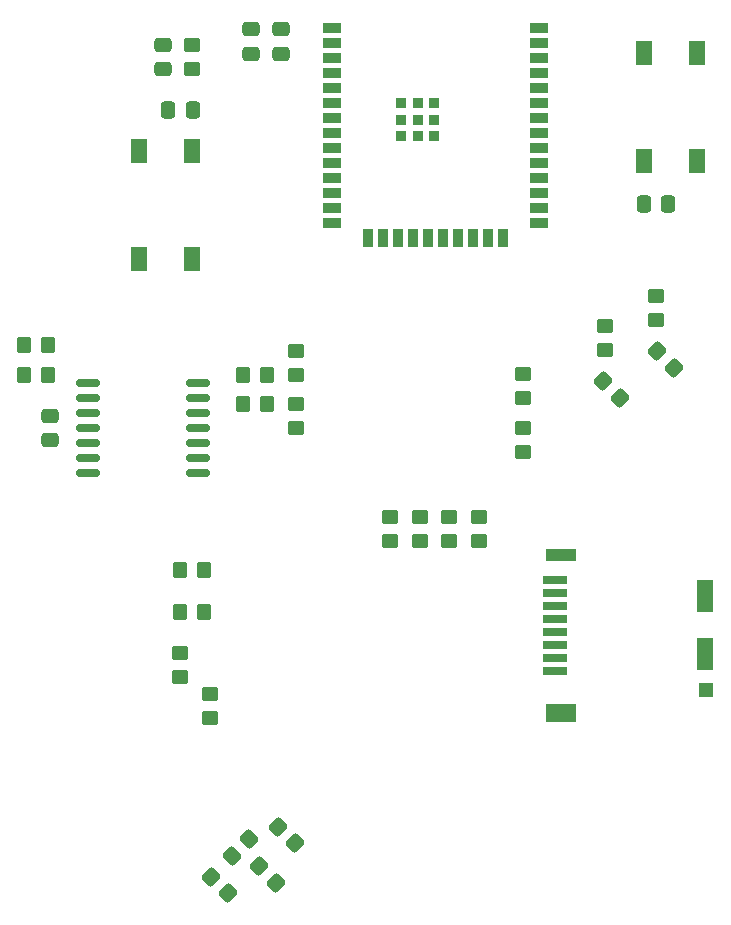
<source format=gbr>
%TF.GenerationSoftware,KiCad,Pcbnew,9.0.1*%
%TF.CreationDate,2025-06-18T18:36:31+02:00*%
%TF.ProjectId,open_g,6f70656e-5f67-42e6-9b69-6361645f7063,rev?*%
%TF.SameCoordinates,Original*%
%TF.FileFunction,Paste,Top*%
%TF.FilePolarity,Positive*%
%FSLAX46Y46*%
G04 Gerber Fmt 4.6, Leading zero omitted, Abs format (unit mm)*
G04 Created by KiCad (PCBNEW 9.0.1) date 2025-06-18 18:36:31*
%MOMM*%
%LPD*%
G01*
G04 APERTURE LIST*
G04 Aperture macros list*
%AMRoundRect*
0 Rectangle with rounded corners*
0 $1 Rounding radius*
0 $2 $3 $4 $5 $6 $7 $8 $9 X,Y pos of 4 corners*
0 Add a 4 corners polygon primitive as box body*
4,1,4,$2,$3,$4,$5,$6,$7,$8,$9,$2,$3,0*
0 Add four circle primitives for the rounded corners*
1,1,$1+$1,$2,$3*
1,1,$1+$1,$4,$5*
1,1,$1+$1,$6,$7*
1,1,$1+$1,$8,$9*
0 Add four rect primitives between the rounded corners*
20,1,$1+$1,$2,$3,$4,$5,0*
20,1,$1+$1,$4,$5,$6,$7,0*
20,1,$1+$1,$6,$7,$8,$9,0*
20,1,$1+$1,$8,$9,$2,$3,0*%
G04 Aperture macros list end*
%ADD10RoundRect,0.250000X-0.350000X-0.450000X0.350000X-0.450000X0.350000X0.450000X-0.350000X0.450000X0*%
%ADD11RoundRect,0.250000X0.450000X-0.350000X0.450000X0.350000X-0.450000X0.350000X-0.450000X-0.350000X0*%
%ADD12RoundRect,0.250000X-0.450000X0.350000X-0.450000X-0.350000X0.450000X-0.350000X0.450000X0.350000X0*%
%ADD13RoundRect,0.250000X0.337500X0.475000X-0.337500X0.475000X-0.337500X-0.475000X0.337500X-0.475000X0*%
%ADD14RoundRect,0.250000X0.475000X-0.337500X0.475000X0.337500X-0.475000X0.337500X-0.475000X-0.337500X0*%
%ADD15RoundRect,0.250000X0.070711X-0.565685X0.565685X-0.070711X-0.070711X0.565685X-0.565685X0.070711X0*%
%ADD16RoundRect,0.250000X0.565685X0.070711X0.070711X0.565685X-0.565685X-0.070711X-0.070711X-0.565685X0*%
%ADD17R,1.400000X2.100000*%
%ADD18RoundRect,0.250000X-0.565685X-0.070711X-0.070711X-0.565685X0.565685X0.070711X0.070711X0.565685X0*%
%ADD19RoundRect,0.150000X0.875000X0.150000X-0.875000X0.150000X-0.875000X-0.150000X0.875000X-0.150000X0*%
%ADD20R,1.500000X0.900000*%
%ADD21R,0.900000X1.500000*%
%ADD22R,0.900000X0.900000*%
%ADD23RoundRect,0.250000X0.350000X0.450000X-0.350000X0.450000X-0.350000X-0.450000X0.350000X-0.450000X0*%
%ADD24R,2.000000X0.700000*%
%ADD25R,2.600000X1.000000*%
%ADD26R,2.600000X1.500000*%
%ADD27R,1.400000X2.700000*%
%ADD28R,1.200000X1.200000*%
%ADD29RoundRect,0.250000X-0.337500X-0.475000X0.337500X-0.475000X0.337500X0.475000X-0.337500X0.475000X0*%
%ADD30RoundRect,0.250000X-0.475000X0.337500X-0.475000X-0.337500X0.475000X-0.337500X0.475000X0.337500X0*%
G04 APERTURE END LIST*
D10*
%TO.C,R2*%
X117500000Y-103500000D03*
X119500000Y-103500000D03*
%TD*%
D11*
%TO.C,R5*%
X140250000Y-101000000D03*
X140250000Y-99000000D03*
%TD*%
%TO.C,R17*%
X146533001Y-93440000D03*
X146533001Y-91440000D03*
%TD*%
%TO.C,R3*%
X118500000Y-61037500D03*
X118500000Y-59037500D03*
%TD*%
D10*
%TO.C,R1*%
X117500000Y-107000000D03*
X119500000Y-107000000D03*
%TD*%
D11*
%TO.C,R7*%
X135250000Y-101000000D03*
X135250000Y-99000000D03*
%TD*%
D12*
%TO.C,R20*%
X127300000Y-89440000D03*
X127300000Y-91440000D03*
%TD*%
D11*
%TO.C,R21*%
X127300000Y-86940000D03*
X127300000Y-84940000D03*
%TD*%
D13*
%TO.C,C1*%
X118537500Y-64500000D03*
X116462500Y-64500000D03*
%TD*%
D14*
%TO.C,C6*%
X126000000Y-59750000D03*
X126000000Y-57675000D03*
%TD*%
D15*
%TO.C,R8*%
X121896699Y-127660660D03*
X123310913Y-126246446D03*
%TD*%
D11*
%TO.C,R12*%
X153416000Y-84836000D03*
X153416000Y-82836000D03*
%TD*%
D12*
%TO.C,R16*%
X146533001Y-86900000D03*
X146533001Y-88900000D03*
%TD*%
D16*
%TO.C,R10*%
X127200000Y-126600000D03*
X125785786Y-125185786D03*
%TD*%
D17*
%TO.C,IC1*%
X118500000Y-68000000D03*
X118500000Y-77100000D03*
X114000000Y-68000000D03*
X114000000Y-77100000D03*
%TD*%
D16*
%TO.C,R11*%
X125609010Y-129958757D03*
X124194796Y-128544543D03*
%TD*%
D14*
%TO.C,C8*%
X106450000Y-92477500D03*
X106450000Y-90402500D03*
%TD*%
D12*
%TO.C,R18*%
X120000000Y-114000000D03*
X120000000Y-116000000D03*
%TD*%
D18*
%TO.C,R15*%
X157843786Y-84945786D03*
X159258000Y-86360000D03*
%TD*%
D19*
%TO.C,IC3*%
X118950000Y-95250000D03*
X118950000Y-93980000D03*
X118950000Y-92710000D03*
X118950000Y-91440000D03*
X118950000Y-90170000D03*
X118950000Y-88900000D03*
X118950000Y-87630000D03*
X109650000Y-87630000D03*
X109650000Y-88900000D03*
X109650000Y-90170000D03*
X109650000Y-91440000D03*
X109650000Y-92710000D03*
X109650000Y-93980000D03*
X109650000Y-95250000D03*
%TD*%
D20*
%TO.C,U1*%
X130350000Y-57610000D03*
X130350000Y-58880000D03*
X130350000Y-60150000D03*
X130350000Y-61420000D03*
X130350000Y-62690000D03*
X130350000Y-63960000D03*
X130350000Y-65230000D03*
X130350000Y-66500000D03*
X130350000Y-67770000D03*
X130350000Y-69040000D03*
X130350000Y-70310000D03*
X130350000Y-71580000D03*
X130350000Y-72850000D03*
X130350000Y-74120000D03*
D21*
X133390000Y-75370000D03*
X134660000Y-75370000D03*
X135930000Y-75370000D03*
X137200000Y-75370000D03*
X138470000Y-75370000D03*
X139740000Y-75370000D03*
X141010000Y-75370000D03*
X142280000Y-75370000D03*
X143550000Y-75370000D03*
X144820000Y-75370000D03*
D20*
X147850000Y-74120000D03*
X147850000Y-72850000D03*
X147850000Y-71580000D03*
X147850000Y-70310000D03*
X147850000Y-69040000D03*
X147850000Y-67770000D03*
X147850000Y-66500000D03*
X147850000Y-65230000D03*
X147850000Y-63960000D03*
X147850000Y-62690000D03*
X147850000Y-61420000D03*
X147850000Y-60150000D03*
X147850000Y-58880000D03*
X147850000Y-57610000D03*
D22*
X136200000Y-63930000D03*
X136200000Y-65330000D03*
X136200000Y-66730000D03*
X137600000Y-63930000D03*
X137600000Y-65330000D03*
X137600000Y-66730000D03*
X139000000Y-63930000D03*
X139000000Y-65330000D03*
X139000000Y-66730000D03*
%TD*%
D10*
%TO.C,R24*%
X104300000Y-86940000D03*
X106300000Y-86940000D03*
%TD*%
D23*
%TO.C,R23*%
X124800000Y-86940000D03*
X122800000Y-86940000D03*
%TD*%
D11*
%TO.C,R6*%
X137750000Y-101000000D03*
X137750000Y-99000000D03*
%TD*%
D10*
%TO.C,R22*%
X122800000Y-89440000D03*
X124800000Y-89440000D03*
%TD*%
D11*
%TO.C,R4*%
X142750000Y-101000000D03*
X142750000Y-99000000D03*
%TD*%
%TO.C,R14*%
X157734000Y-82296000D03*
X157734000Y-80296000D03*
%TD*%
D12*
%TO.C,R19*%
X117500000Y-110500000D03*
X117500000Y-112500000D03*
%TD*%
D14*
%TO.C,C7*%
X123500000Y-59750000D03*
X123500000Y-57675000D03*
%TD*%
D17*
%TO.C,IC2*%
X156750000Y-68800000D03*
X156750000Y-59700000D03*
X161250000Y-68800000D03*
X161250000Y-59700000D03*
%TD*%
D18*
%TO.C,R9*%
X120128932Y-129428427D03*
X121543146Y-130842641D03*
%TD*%
%TO.C,R13*%
X153271786Y-87485786D03*
X154686000Y-88900000D03*
%TD*%
D23*
%TO.C,R25*%
X106300000Y-84440000D03*
X104300000Y-84440000D03*
%TD*%
D24*
%TO.C,J2*%
X149225000Y-112000000D03*
X149225000Y-110900000D03*
X149225000Y-109800000D03*
X149225000Y-108700000D03*
X149225000Y-107600000D03*
X149225000Y-106500000D03*
X149225000Y-105400000D03*
X149225000Y-104300000D03*
D25*
X149725000Y-102200000D03*
D26*
X149725000Y-115550000D03*
D27*
X161925000Y-105700000D03*
X161925000Y-110600000D03*
D28*
X162025000Y-113650000D03*
%TD*%
D29*
%TO.C,C4*%
X156712500Y-72500000D03*
X158787500Y-72500000D03*
%TD*%
D30*
%TO.C,C5*%
X116000000Y-59000000D03*
X116000000Y-61075000D03*
%TD*%
M02*

</source>
